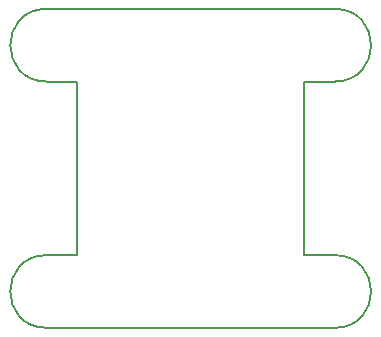
<source format=gm1>
G04 #@! TF.GenerationSoftware,KiCad,Pcbnew,7.0.1-0*
G04 #@! TF.CreationDate,2024-01-29T00:44:30+01:00*
G04 #@! TF.ProjectId,Smart_Lamps,536d6172-745f-44c6-916d-70732e6b6963,rev?*
G04 #@! TF.SameCoordinates,Original*
G04 #@! TF.FileFunction,Profile,NP*
%FSLAX46Y46*%
G04 Gerber Fmt 4.6, Leading zero omitted, Abs format (unit mm)*
G04 Created by KiCad (PCBNEW 7.0.1-0) date 2024-01-29 00:44:30*
%MOMM*%
%LPD*%
G01*
G04 APERTURE LIST*
G04 #@! TA.AperFunction,Profile*
%ADD10C,0.200000*%
G04 #@! TD*
G04 APERTURE END LIST*
D10*
X128600000Y-107150000D02*
X128600000Y-121850000D01*
X138200000Y-128000000D02*
X128600000Y-128000000D01*
X126000000Y-101000000D02*
X128600000Y-101000000D01*
X138200000Y-128000000D02*
X147800000Y-128000000D01*
X150400000Y-101000000D02*
X147800000Y-101000000D01*
X126000000Y-107150000D02*
X128600000Y-107150000D01*
X150400000Y-121850000D02*
X147800000Y-121850000D01*
X150400000Y-107150000D02*
X147800000Y-107150000D01*
X126000000Y-101000000D02*
G75*
G03*
X126000000Y-107150000I0J-3075000D01*
G01*
X138200000Y-101000000D02*
X128600000Y-101000000D01*
X150400000Y-128000000D02*
G75*
G03*
X150400000Y-121850000I0J3075000D01*
G01*
X138200000Y-101000000D02*
X147800000Y-101000000D01*
X150400000Y-128000000D02*
X147800000Y-128000000D01*
X126000000Y-128000000D02*
X128600000Y-128000000D01*
X147800000Y-107150000D02*
X147800000Y-121850000D01*
X126000000Y-121850000D02*
G75*
G03*
X126000000Y-128000000I0J-3075000D01*
G01*
X126000000Y-121850000D02*
X128600000Y-121850000D01*
X150400000Y-107150000D02*
G75*
G03*
X150400000Y-101000000I0J3075000D01*
G01*
M02*

</source>
